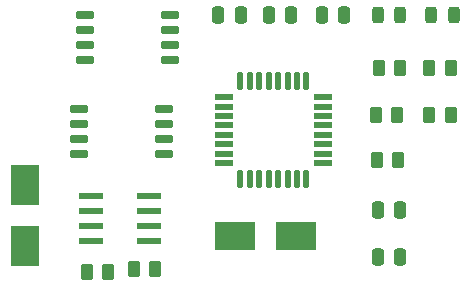
<source format=gbr>
%TF.GenerationSoftware,KiCad,Pcbnew,8.0.1*%
%TF.CreationDate,2024-05-14T10:30:11-07:00*%
%TF.ProjectId,mcu-datalogger,6d63752d-6461-4746-916c-6f676765722e,v0.1*%
%TF.SameCoordinates,Original*%
%TF.FileFunction,Paste,Top*%
%TF.FilePolarity,Positive*%
%FSLAX46Y46*%
G04 Gerber Fmt 4.6, Leading zero omitted, Abs format (unit mm)*
G04 Created by KiCad (PCBNEW 8.0.1) date 2024-05-14 10:30:11*
%MOMM*%
%LPD*%
G01*
G04 APERTURE LIST*
G04 Aperture macros list*
%AMRoundRect*
0 Rectangle with rounded corners*
0 $1 Rounding radius*
0 $2 $3 $4 $5 $6 $7 $8 $9 X,Y pos of 4 corners*
0 Add a 4 corners polygon primitive as box body*
4,1,4,$2,$3,$4,$5,$6,$7,$8,$9,$2,$3,0*
0 Add four circle primitives for the rounded corners*
1,1,$1+$1,$2,$3*
1,1,$1+$1,$4,$5*
1,1,$1+$1,$6,$7*
1,1,$1+$1,$8,$9*
0 Add four rect primitives between the rounded corners*
20,1,$1+$1,$2,$3,$4,$5,0*
20,1,$1+$1,$4,$5,$6,$7,0*
20,1,$1+$1,$6,$7,$8,$9,0*
20,1,$1+$1,$8,$9,$2,$3,0*%
G04 Aperture macros list end*
%ADD10RoundRect,0.250000X-0.262500X-0.450000X0.262500X-0.450000X0.262500X0.450000X-0.262500X0.450000X0*%
%ADD11RoundRect,0.250000X-0.250000X-0.475000X0.250000X-0.475000X0.250000X0.475000X-0.250000X0.475000X0*%
%ADD12RoundRect,0.250000X0.262500X0.450000X-0.262500X0.450000X-0.262500X-0.450000X0.262500X-0.450000X0*%
%ADD13RoundRect,0.243750X-0.243750X-0.456250X0.243750X-0.456250X0.243750X0.456250X-0.243750X0.456250X0*%
%ADD14RoundRect,0.038500X-0.696500X-0.236500X0.696500X-0.236500X0.696500X0.236500X-0.696500X0.236500X0*%
%ADD15RoundRect,0.099000X-0.176000X-0.636000X0.176000X-0.636000X0.176000X0.636000X-0.176000X0.636000X0*%
%ADD16R,3.500000X2.400000*%
%ADD17RoundRect,0.150000X-0.650000X-0.150000X0.650000X-0.150000X0.650000X0.150000X-0.650000X0.150000X0*%
%ADD18RoundRect,0.250000X0.250000X0.475000X-0.250000X0.475000X-0.250000X-0.475000X0.250000X-0.475000X0*%
%ADD19RoundRect,0.041300X-0.943700X-0.253700X0.943700X-0.253700X0.943700X0.253700X-0.943700X0.253700X0*%
%ADD20R,2.400000X3.500000*%
G04 APERTURE END LIST*
D10*
%TO.C,R5*%
X95425000Y-74000000D03*
X97250000Y-74000000D03*
%TD*%
D11*
%TO.C,C2*%
X91100000Y-86000000D03*
X93000000Y-86000000D03*
%TD*%
D12*
%TO.C,R6*%
X92825000Y-81750000D03*
X91000000Y-81750000D03*
%TD*%
%TO.C,R4*%
X93000000Y-74000000D03*
X91175000Y-74000000D03*
%TD*%
D13*
%TO.C,D1*%
X95625000Y-69500000D03*
X97500000Y-69500000D03*
%TD*%
D10*
%TO.C,R7*%
X95425000Y-78000000D03*
X97250000Y-78000000D03*
%TD*%
D12*
%TO.C,R1*%
X92750000Y-78000000D03*
X90925000Y-78000000D03*
%TD*%
D14*
%TO.C,U4*%
X78080000Y-76450000D03*
X78080000Y-77250000D03*
X78080000Y-78050000D03*
X78080000Y-78850000D03*
X78080000Y-79650000D03*
X78080000Y-80450000D03*
X78080000Y-81250000D03*
X78080000Y-82050000D03*
D15*
X79450000Y-83420000D03*
X80250000Y-83420000D03*
X81050000Y-83420000D03*
X81850000Y-83420000D03*
X82650000Y-83420000D03*
X83450000Y-83420000D03*
X84250000Y-83420000D03*
X85050000Y-83420000D03*
D14*
X86420000Y-82050000D03*
X86420000Y-81250000D03*
X86420000Y-80450000D03*
X86420000Y-79650000D03*
X86420000Y-78850000D03*
X86420000Y-78050000D03*
X86420000Y-77250000D03*
X86420000Y-76450000D03*
D15*
X85050000Y-75080000D03*
X84250000Y-75080000D03*
X83450000Y-75080000D03*
X82650000Y-75080000D03*
X81850000Y-75080000D03*
X81050000Y-75080000D03*
X80250000Y-75080000D03*
X79450000Y-75080000D03*
%TD*%
D16*
%TO.C,Y1*%
X79000000Y-88250000D03*
X84200000Y-88250000D03*
%TD*%
D10*
%TO.C,R2*%
X66425000Y-91250000D03*
X68250000Y-91250000D03*
%TD*%
D17*
%TO.C,U2*%
X66300000Y-69460000D03*
X66300000Y-70730000D03*
X66300000Y-72000000D03*
X66300000Y-73270000D03*
X73500000Y-73270000D03*
X73500000Y-72000000D03*
X73500000Y-70730000D03*
X73500000Y-69460000D03*
%TD*%
%TO.C,U1*%
X65800000Y-77500000D03*
X65800000Y-78770000D03*
X65800000Y-80040000D03*
X65800000Y-81310000D03*
X73000000Y-81310000D03*
X73000000Y-80040000D03*
X73000000Y-78770000D03*
X73000000Y-77500000D03*
%TD*%
D18*
%TO.C,C4*%
X93000000Y-90000000D03*
X91100000Y-90000000D03*
%TD*%
D11*
%TO.C,C1*%
X77600000Y-69500000D03*
X79500000Y-69500000D03*
%TD*%
%TO.C,C5*%
X86350000Y-69500000D03*
X88250000Y-69500000D03*
%TD*%
D19*
%TO.C,U3*%
X66775000Y-84845000D03*
X66775000Y-86115000D03*
X66775000Y-87385000D03*
X66775000Y-88655000D03*
X71725000Y-88655000D03*
X71725000Y-87385000D03*
X71725000Y-86115000D03*
X71725000Y-84845000D03*
%TD*%
D13*
%TO.C,D2*%
X91125000Y-69500000D03*
X93000000Y-69500000D03*
%TD*%
D10*
%TO.C,R3*%
X70425000Y-91000000D03*
X72250000Y-91000000D03*
%TD*%
D20*
%TO.C,Y2*%
X61250000Y-89100000D03*
X61250000Y-83900000D03*
%TD*%
D11*
%TO.C,C3*%
X81850000Y-69500000D03*
X83750000Y-69500000D03*
%TD*%
M02*

</source>
